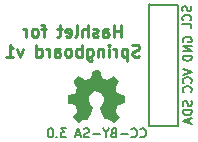
<source format=gbo>
G04 (created by PCBNEW (2013-may-18)-stable) date Wed 10 Dec 2014 10:55:01 AM CST*
%MOIN*%
G04 Gerber Fmt 3.4, Leading zero omitted, Abs format*
%FSLAX34Y34*%
G01*
G70*
G90*
G04 APERTURE LIST*
%ADD10C,0.00590551*%
%ADD11C,0.0075*%
%ADD12C,0.01*%
%ADD13C,0.00787402*%
%ADD14C,0.0001*%
G04 APERTURE END LIST*
G54D10*
G54D11*
X81682Y-60927D02*
X81696Y-60941D01*
X81739Y-60956D01*
X81767Y-60956D01*
X81810Y-60941D01*
X81839Y-60913D01*
X81853Y-60884D01*
X81867Y-60827D01*
X81867Y-60784D01*
X81853Y-60727D01*
X81839Y-60698D01*
X81810Y-60670D01*
X81767Y-60656D01*
X81739Y-60656D01*
X81696Y-60670D01*
X81682Y-60684D01*
X81382Y-60927D02*
X81396Y-60941D01*
X81439Y-60956D01*
X81467Y-60956D01*
X81510Y-60941D01*
X81539Y-60913D01*
X81553Y-60884D01*
X81567Y-60827D01*
X81567Y-60784D01*
X81553Y-60727D01*
X81539Y-60698D01*
X81510Y-60670D01*
X81467Y-60656D01*
X81439Y-60656D01*
X81396Y-60670D01*
X81382Y-60684D01*
X81253Y-60841D02*
X81025Y-60841D01*
X80782Y-60798D02*
X80739Y-60813D01*
X80725Y-60827D01*
X80710Y-60856D01*
X80710Y-60898D01*
X80725Y-60927D01*
X80739Y-60941D01*
X80767Y-60956D01*
X80882Y-60956D01*
X80882Y-60656D01*
X80782Y-60656D01*
X80753Y-60670D01*
X80739Y-60684D01*
X80725Y-60713D01*
X80725Y-60741D01*
X80739Y-60770D01*
X80753Y-60784D01*
X80782Y-60798D01*
X80882Y-60798D01*
X80525Y-60813D02*
X80525Y-60956D01*
X80625Y-60656D02*
X80525Y-60813D01*
X80425Y-60656D01*
X80325Y-60841D02*
X80096Y-60841D01*
X79967Y-60941D02*
X79925Y-60956D01*
X79853Y-60956D01*
X79825Y-60941D01*
X79810Y-60927D01*
X79796Y-60898D01*
X79796Y-60870D01*
X79810Y-60841D01*
X79825Y-60827D01*
X79853Y-60813D01*
X79910Y-60798D01*
X79939Y-60784D01*
X79953Y-60770D01*
X79967Y-60741D01*
X79967Y-60713D01*
X79953Y-60684D01*
X79939Y-60670D01*
X79910Y-60656D01*
X79839Y-60656D01*
X79796Y-60670D01*
X79682Y-60870D02*
X79539Y-60870D01*
X79710Y-60956D02*
X79610Y-60656D01*
X79510Y-60956D01*
X79210Y-60656D02*
X79025Y-60656D01*
X79125Y-60770D01*
X79082Y-60770D01*
X79053Y-60784D01*
X79039Y-60798D01*
X79025Y-60827D01*
X79025Y-60898D01*
X79039Y-60927D01*
X79053Y-60941D01*
X79082Y-60956D01*
X79167Y-60956D01*
X79196Y-60941D01*
X79210Y-60927D01*
X78896Y-60927D02*
X78882Y-60941D01*
X78896Y-60956D01*
X78910Y-60941D01*
X78896Y-60927D01*
X78896Y-60956D01*
X78696Y-60656D02*
X78667Y-60656D01*
X78639Y-60670D01*
X78625Y-60684D01*
X78610Y-60713D01*
X78596Y-60770D01*
X78596Y-60841D01*
X78610Y-60898D01*
X78625Y-60927D01*
X78639Y-60941D01*
X78667Y-60956D01*
X78696Y-60956D01*
X78725Y-60941D01*
X78739Y-60927D01*
X78753Y-60898D01*
X78767Y-60841D01*
X78767Y-60770D01*
X78753Y-60713D01*
X78739Y-60684D01*
X78725Y-60670D01*
X78696Y-60656D01*
G54D12*
X81029Y-57602D02*
X81029Y-57202D01*
X81029Y-57393D02*
X80800Y-57393D01*
X80800Y-57602D02*
X80800Y-57202D01*
X80438Y-57602D02*
X80438Y-57393D01*
X80457Y-57355D01*
X80495Y-57336D01*
X80571Y-57336D01*
X80610Y-57355D01*
X80438Y-57583D02*
X80476Y-57602D01*
X80571Y-57602D01*
X80610Y-57583D01*
X80629Y-57545D01*
X80629Y-57507D01*
X80610Y-57469D01*
X80571Y-57450D01*
X80476Y-57450D01*
X80438Y-57431D01*
X80267Y-57583D02*
X80229Y-57602D01*
X80152Y-57602D01*
X80114Y-57583D01*
X80095Y-57545D01*
X80095Y-57526D01*
X80114Y-57488D01*
X80152Y-57469D01*
X80210Y-57469D01*
X80248Y-57450D01*
X80267Y-57412D01*
X80267Y-57393D01*
X80248Y-57355D01*
X80210Y-57336D01*
X80152Y-57336D01*
X80114Y-57355D01*
X79924Y-57602D02*
X79924Y-57202D01*
X79752Y-57602D02*
X79752Y-57393D01*
X79771Y-57355D01*
X79810Y-57336D01*
X79867Y-57336D01*
X79905Y-57355D01*
X79924Y-57374D01*
X79505Y-57602D02*
X79543Y-57583D01*
X79562Y-57545D01*
X79562Y-57202D01*
X79200Y-57583D02*
X79238Y-57602D01*
X79314Y-57602D01*
X79352Y-57583D01*
X79371Y-57545D01*
X79371Y-57393D01*
X79352Y-57355D01*
X79314Y-57336D01*
X79238Y-57336D01*
X79200Y-57355D01*
X79181Y-57393D01*
X79181Y-57431D01*
X79371Y-57469D01*
X79067Y-57336D02*
X78914Y-57336D01*
X79010Y-57202D02*
X79010Y-57545D01*
X78991Y-57583D01*
X78952Y-57602D01*
X78914Y-57602D01*
X78533Y-57336D02*
X78381Y-57336D01*
X78476Y-57602D02*
X78476Y-57259D01*
X78457Y-57221D01*
X78419Y-57202D01*
X78381Y-57202D01*
X78191Y-57602D02*
X78229Y-57583D01*
X78248Y-57564D01*
X78267Y-57526D01*
X78267Y-57412D01*
X78248Y-57374D01*
X78229Y-57355D01*
X78191Y-57336D01*
X78133Y-57336D01*
X78095Y-57355D01*
X78076Y-57374D01*
X78057Y-57412D01*
X78057Y-57526D01*
X78076Y-57564D01*
X78095Y-57583D01*
X78133Y-57602D01*
X78191Y-57602D01*
X77886Y-57602D02*
X77886Y-57336D01*
X77886Y-57412D02*
X77867Y-57374D01*
X77848Y-57355D01*
X77810Y-57336D01*
X77771Y-57336D01*
X81648Y-58243D02*
X81591Y-58262D01*
X81495Y-58262D01*
X81457Y-58243D01*
X81438Y-58224D01*
X81419Y-58186D01*
X81419Y-58148D01*
X81438Y-58110D01*
X81457Y-58091D01*
X81495Y-58072D01*
X81571Y-58053D01*
X81610Y-58034D01*
X81629Y-58015D01*
X81648Y-57977D01*
X81648Y-57939D01*
X81629Y-57900D01*
X81610Y-57881D01*
X81571Y-57862D01*
X81476Y-57862D01*
X81419Y-57881D01*
X81248Y-57996D02*
X81248Y-58396D01*
X81248Y-58015D02*
X81210Y-57996D01*
X81133Y-57996D01*
X81095Y-58015D01*
X81076Y-58034D01*
X81057Y-58072D01*
X81057Y-58186D01*
X81076Y-58224D01*
X81095Y-58243D01*
X81133Y-58262D01*
X81210Y-58262D01*
X81248Y-58243D01*
X80886Y-58262D02*
X80886Y-57996D01*
X80886Y-58072D02*
X80867Y-58034D01*
X80848Y-58015D01*
X80810Y-57996D01*
X80771Y-57996D01*
X80638Y-58262D02*
X80638Y-57996D01*
X80638Y-57862D02*
X80657Y-57881D01*
X80638Y-57900D01*
X80619Y-57881D01*
X80638Y-57862D01*
X80638Y-57900D01*
X80448Y-57996D02*
X80448Y-58262D01*
X80448Y-58034D02*
X80429Y-58015D01*
X80391Y-57996D01*
X80333Y-57996D01*
X80295Y-58015D01*
X80276Y-58053D01*
X80276Y-58262D01*
X79914Y-57996D02*
X79914Y-58319D01*
X79933Y-58358D01*
X79952Y-58377D01*
X79991Y-58396D01*
X80048Y-58396D01*
X80086Y-58377D01*
X79914Y-58243D02*
X79952Y-58262D01*
X80029Y-58262D01*
X80067Y-58243D01*
X80086Y-58224D01*
X80105Y-58186D01*
X80105Y-58072D01*
X80086Y-58034D01*
X80067Y-58015D01*
X80029Y-57996D01*
X79952Y-57996D01*
X79914Y-58015D01*
X79724Y-58262D02*
X79724Y-57862D01*
X79724Y-58015D02*
X79686Y-57996D01*
X79610Y-57996D01*
X79571Y-58015D01*
X79552Y-58034D01*
X79533Y-58072D01*
X79533Y-58186D01*
X79552Y-58224D01*
X79571Y-58243D01*
X79610Y-58262D01*
X79686Y-58262D01*
X79724Y-58243D01*
X79305Y-58262D02*
X79343Y-58243D01*
X79362Y-58224D01*
X79381Y-58186D01*
X79381Y-58072D01*
X79362Y-58034D01*
X79343Y-58015D01*
X79305Y-57996D01*
X79248Y-57996D01*
X79210Y-58015D01*
X79191Y-58034D01*
X79171Y-58072D01*
X79171Y-58186D01*
X79191Y-58224D01*
X79210Y-58243D01*
X79248Y-58262D01*
X79305Y-58262D01*
X78829Y-58262D02*
X78829Y-58053D01*
X78848Y-58015D01*
X78886Y-57996D01*
X78962Y-57996D01*
X79000Y-58015D01*
X78829Y-58243D02*
X78867Y-58262D01*
X78962Y-58262D01*
X79000Y-58243D01*
X79019Y-58205D01*
X79019Y-58167D01*
X79000Y-58129D01*
X78962Y-58110D01*
X78867Y-58110D01*
X78829Y-58091D01*
X78638Y-58262D02*
X78638Y-57996D01*
X78638Y-58072D02*
X78619Y-58034D01*
X78600Y-58015D01*
X78562Y-57996D01*
X78524Y-57996D01*
X78219Y-58262D02*
X78219Y-57862D01*
X78219Y-58243D02*
X78257Y-58262D01*
X78333Y-58262D01*
X78371Y-58243D01*
X78391Y-58224D01*
X78410Y-58186D01*
X78410Y-58072D01*
X78391Y-58034D01*
X78371Y-58015D01*
X78333Y-57996D01*
X78257Y-57996D01*
X78219Y-58015D01*
X77762Y-57996D02*
X77667Y-58262D01*
X77571Y-57996D01*
X77210Y-58262D02*
X77438Y-58262D01*
X77324Y-58262D02*
X77324Y-57862D01*
X77362Y-57919D01*
X77400Y-57958D01*
X77438Y-57977D01*
G54D11*
X83093Y-58670D02*
X83393Y-58770D01*
X83093Y-58870D01*
X83364Y-59142D02*
X83378Y-59128D01*
X83393Y-59085D01*
X83393Y-59056D01*
X83378Y-59013D01*
X83350Y-58985D01*
X83321Y-58970D01*
X83264Y-58956D01*
X83221Y-58956D01*
X83164Y-58970D01*
X83135Y-58985D01*
X83107Y-59013D01*
X83093Y-59056D01*
X83093Y-59085D01*
X83107Y-59128D01*
X83121Y-59142D01*
X83364Y-59442D02*
X83378Y-59428D01*
X83393Y-59385D01*
X83393Y-59356D01*
X83378Y-59313D01*
X83350Y-59285D01*
X83321Y-59270D01*
X83264Y-59256D01*
X83221Y-59256D01*
X83164Y-59270D01*
X83135Y-59285D01*
X83107Y-59313D01*
X83093Y-59356D01*
X83093Y-59385D01*
X83107Y-59428D01*
X83121Y-59442D01*
X83366Y-56579D02*
X83381Y-56622D01*
X83381Y-56694D01*
X83366Y-56722D01*
X83352Y-56737D01*
X83324Y-56751D01*
X83295Y-56751D01*
X83266Y-56737D01*
X83252Y-56722D01*
X83238Y-56694D01*
X83224Y-56637D01*
X83209Y-56608D01*
X83195Y-56594D01*
X83166Y-56579D01*
X83138Y-56579D01*
X83109Y-56594D01*
X83095Y-56608D01*
X83081Y-56637D01*
X83081Y-56708D01*
X83095Y-56751D01*
X83352Y-57051D02*
X83366Y-57037D01*
X83381Y-56994D01*
X83381Y-56965D01*
X83366Y-56922D01*
X83338Y-56894D01*
X83309Y-56879D01*
X83252Y-56865D01*
X83209Y-56865D01*
X83152Y-56879D01*
X83124Y-56894D01*
X83095Y-56922D01*
X83081Y-56965D01*
X83081Y-56994D01*
X83095Y-57037D01*
X83109Y-57051D01*
X83381Y-57322D02*
X83381Y-57179D01*
X83081Y-57179D01*
X83386Y-59734D02*
X83400Y-59776D01*
X83400Y-59848D01*
X83386Y-59876D01*
X83372Y-59891D01*
X83343Y-59905D01*
X83315Y-59905D01*
X83286Y-59891D01*
X83272Y-59876D01*
X83258Y-59848D01*
X83243Y-59791D01*
X83229Y-59762D01*
X83215Y-59748D01*
X83186Y-59734D01*
X83158Y-59734D01*
X83129Y-59748D01*
X83115Y-59762D01*
X83100Y-59791D01*
X83100Y-59862D01*
X83115Y-59905D01*
X83400Y-60034D02*
X83100Y-60034D01*
X83100Y-60105D01*
X83115Y-60148D01*
X83143Y-60176D01*
X83172Y-60191D01*
X83229Y-60205D01*
X83272Y-60205D01*
X83329Y-60191D01*
X83358Y-60176D01*
X83386Y-60148D01*
X83400Y-60105D01*
X83400Y-60034D01*
X83315Y-60319D02*
X83315Y-60462D01*
X83400Y-60291D02*
X83100Y-60391D01*
X83400Y-60491D01*
X83111Y-57771D02*
X83097Y-57742D01*
X83097Y-57700D01*
X83111Y-57657D01*
X83139Y-57628D01*
X83168Y-57614D01*
X83225Y-57600D01*
X83268Y-57600D01*
X83325Y-57614D01*
X83354Y-57628D01*
X83382Y-57657D01*
X83397Y-57700D01*
X83397Y-57728D01*
X83382Y-57771D01*
X83368Y-57785D01*
X83268Y-57785D01*
X83268Y-57728D01*
X83397Y-57914D02*
X83097Y-57914D01*
X83397Y-58085D01*
X83097Y-58085D01*
X83397Y-58228D02*
X83097Y-58228D01*
X83097Y-58300D01*
X83111Y-58342D01*
X83139Y-58371D01*
X83168Y-58385D01*
X83225Y-58400D01*
X83268Y-58400D01*
X83325Y-58385D01*
X83354Y-58371D01*
X83382Y-58342D01*
X83397Y-58300D01*
X83397Y-58228D01*
G54D13*
X81976Y-56519D02*
X82019Y-56519D01*
X81976Y-60570D02*
X81976Y-56519D01*
X82933Y-60570D02*
X81976Y-60570D01*
X82933Y-56535D02*
X82933Y-60570D01*
X81976Y-56535D02*
X82933Y-56535D01*
G54D14*
G36*
X81183Y-59636D02*
X81180Y-59688D01*
X81169Y-59776D01*
X81143Y-59818D01*
X81085Y-59834D01*
X81060Y-59837D01*
X80973Y-59860D01*
X80916Y-59921D01*
X80897Y-59958D01*
X80865Y-60035D01*
X80867Y-60090D01*
X80905Y-60156D01*
X80919Y-60175D01*
X80994Y-60281D01*
X80902Y-60377D01*
X80810Y-60474D01*
X80713Y-60405D01*
X80631Y-60363D01*
X80559Y-60351D01*
X80553Y-60352D01*
X80514Y-60350D01*
X80477Y-60313D01*
X80435Y-60229D01*
X80409Y-60165D01*
X80327Y-59960D01*
X80407Y-59866D01*
X80474Y-59750D01*
X80475Y-59639D01*
X80409Y-59529D01*
X80389Y-59507D01*
X80277Y-59428D01*
X80166Y-59416D01*
X80059Y-59469D01*
X80035Y-59491D01*
X79966Y-59600D01*
X79954Y-59721D01*
X79998Y-59833D01*
X80032Y-59873D01*
X80112Y-59947D01*
X80027Y-60161D01*
X79979Y-60274D01*
X79943Y-60337D01*
X79908Y-60360D01*
X79871Y-60357D01*
X79786Y-60366D01*
X79715Y-60406D01*
X79629Y-60473D01*
X79537Y-60377D01*
X79445Y-60281D01*
X79513Y-60170D01*
X79555Y-60090D01*
X79561Y-60027D01*
X79536Y-59953D01*
X79488Y-59875D01*
X79416Y-59842D01*
X79380Y-59837D01*
X79310Y-59825D01*
X79276Y-59793D01*
X79262Y-59722D01*
X79259Y-59685D01*
X79256Y-59596D01*
X79273Y-59552D01*
X79329Y-59532D01*
X79382Y-59523D01*
X79476Y-59499D01*
X79527Y-59453D01*
X79551Y-59402D01*
X79568Y-59319D01*
X79544Y-59247D01*
X79519Y-59209D01*
X79467Y-59126D01*
X79461Y-59068D01*
X79501Y-59011D01*
X79533Y-58979D01*
X79613Y-58904D01*
X79745Y-58980D01*
X79829Y-59025D01*
X79882Y-59038D01*
X79931Y-59020D01*
X79965Y-58999D01*
X80027Y-58939D01*
X80053Y-58878D01*
X80067Y-58776D01*
X80119Y-58724D01*
X80219Y-58710D01*
X80220Y-58710D01*
X80303Y-58714D01*
X80343Y-58741D01*
X80364Y-58810D01*
X80369Y-58840D01*
X80397Y-58937D01*
X80451Y-58992D01*
X80487Y-59010D01*
X80560Y-59031D01*
X80622Y-59017D01*
X80687Y-58976D01*
X80791Y-58902D01*
X80888Y-58994D01*
X80985Y-59087D01*
X80915Y-59200D01*
X80872Y-59283D01*
X80866Y-59348D01*
X80886Y-59408D01*
X80930Y-59478D01*
X81005Y-59516D01*
X81058Y-59527D01*
X81141Y-59544D01*
X81177Y-59573D01*
X81183Y-59636D01*
X81183Y-59636D01*
X81183Y-59636D01*
G37*
M02*

</source>
